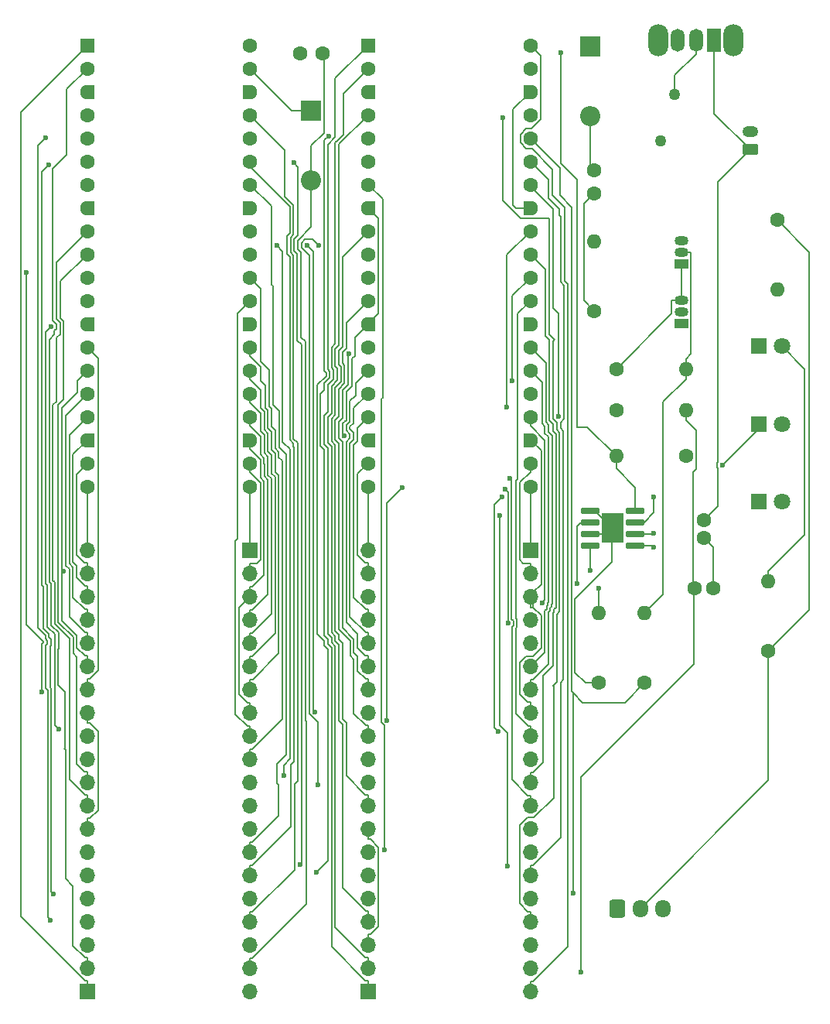
<source format=gbr>
%TF.GenerationSoftware,KiCad,Pcbnew,9.0.1*%
%TF.CreationDate,2025-10-25T16:54:00-04:00*%
%TF.ProjectId,Design V4.0,44657369-676e-4205-9634-2e302e6b6963,rev?*%
%TF.SameCoordinates,Original*%
%TF.FileFunction,Copper,L1,Top*%
%TF.FilePolarity,Positive*%
%FSLAX46Y46*%
G04 Gerber Fmt 4.6, Leading zero omitted, Abs format (unit mm)*
G04 Created by KiCad (PCBNEW 9.0.1) date 2025-10-25 16:54:00*
%MOMM*%
%LPD*%
G01*
G04 APERTURE LIST*
G04 Aperture macros list*
%AMRoundRect*
0 Rectangle with rounded corners*
0 $1 Rounding radius*
0 $2 $3 $4 $5 $6 $7 $8 $9 X,Y pos of 4 corners*
0 Add a 4 corners polygon primitive as box body*
4,1,4,$2,$3,$4,$5,$6,$7,$8,$9,$2,$3,0*
0 Add four circle primitives for the rounded corners*
1,1,$1+$1,$2,$3*
1,1,$1+$1,$4,$5*
1,1,$1+$1,$6,$7*
1,1,$1+$1,$8,$9*
0 Add four rect primitives between the rounded corners*
20,1,$1+$1,$2,$3,$4,$5,0*
20,1,$1+$1,$4,$5,$6,$7,0*
20,1,$1+$1,$6,$7,$8,$9,0*
20,1,$1+$1,$8,$9,$2,$3,0*%
%AMFreePoly0*
4,1,37,0.603843,0.796157,0.639018,0.796157,0.711114,0.766294,0.766294,0.711114,0.796157,0.639018,0.796157,0.603843,0.800000,0.600000,0.800000,-0.600000,0.796157,-0.603843,0.796157,-0.639018,0.766294,-0.711114,0.711114,-0.766294,0.639018,-0.796157,0.603843,-0.796157,0.600000,-0.800000,0.000000,-0.800000,0.000000,-0.796148,-0.078414,-0.796148,-0.232228,-0.765552,-0.377117,-0.705537,
-0.507515,-0.618408,-0.618408,-0.507515,-0.705537,-0.377117,-0.765552,-0.232228,-0.796148,-0.078414,-0.796148,0.078414,-0.765552,0.232228,-0.705537,0.377117,-0.618408,0.507515,-0.507515,0.618408,-0.377117,0.705537,-0.232228,0.765552,-0.078414,0.796148,0.000000,0.796148,0.000000,0.800000,0.600000,0.800000,0.603843,0.796157,0.603843,0.796157,$1*%
%AMFreePoly1*
4,1,37,0.000000,0.796148,0.078414,0.796148,0.232228,0.765552,0.377117,0.705537,0.507515,0.618408,0.618408,0.507515,0.705537,0.377117,0.765552,0.232228,0.796148,0.078414,0.796148,-0.078414,0.765552,-0.232228,0.705537,-0.377117,0.618408,-0.507515,0.507515,-0.618408,0.377117,-0.705537,0.232228,-0.765552,0.078414,-0.796148,0.000000,-0.796148,0.000000,-0.800000,-0.600000,-0.800000,
-0.603843,-0.796157,-0.639018,-0.796157,-0.711114,-0.766294,-0.766294,-0.711114,-0.796157,-0.639018,-0.796157,-0.603843,-0.800000,-0.600000,-0.800000,0.600000,-0.796157,0.603843,-0.796157,0.639018,-0.766294,0.711114,-0.711114,0.766294,-0.639018,0.796157,-0.603843,0.796157,-0.600000,0.800000,0.000000,0.800000,0.000000,0.796148,0.000000,0.796148,$1*%
G04 Aperture macros list end*
%TA.AperFunction,ComponentPad*%
%ADD10C,1.600000*%
%TD*%
%TA.AperFunction,ComponentPad*%
%ADD11O,1.600000X1.600000*%
%TD*%
%TA.AperFunction,ComponentPad*%
%ADD12RoundRect,0.250000X-0.600000X-0.725000X0.600000X-0.725000X0.600000X0.725000X-0.600000X0.725000X0*%
%TD*%
%TA.AperFunction,ComponentPad*%
%ADD13O,1.700000X1.950000*%
%TD*%
%TA.AperFunction,ComponentPad*%
%ADD14R,1.800000X1.800000*%
%TD*%
%TA.AperFunction,ComponentPad*%
%ADD15C,1.800000*%
%TD*%
%TA.AperFunction,ComponentPad*%
%ADD16RoundRect,0.200000X-0.600000X-0.600000X0.600000X-0.600000X0.600000X0.600000X-0.600000X0.600000X0*%
%TD*%
%TA.AperFunction,ComponentPad*%
%ADD17FreePoly0,0.000000*%
%TD*%
%TA.AperFunction,ComponentPad*%
%ADD18FreePoly1,0.000000*%
%TD*%
%TA.AperFunction,ComponentPad*%
%ADD19C,1.270000*%
%TD*%
%TA.AperFunction,ComponentPad*%
%ADD20R,2.200000X2.200000*%
%TD*%
%TA.AperFunction,ComponentPad*%
%ADD21O,2.200000X2.200000*%
%TD*%
%TA.AperFunction,ComponentPad*%
%ADD22O,2.200000X3.500000*%
%TD*%
%TA.AperFunction,ComponentPad*%
%ADD23R,1.500000X2.500000*%
%TD*%
%TA.AperFunction,ComponentPad*%
%ADD24O,1.500000X2.500000*%
%TD*%
%TA.AperFunction,ComponentPad*%
%ADD25R,1.700000X1.700000*%
%TD*%
%TA.AperFunction,ComponentPad*%
%ADD26O,1.700000X1.700000*%
%TD*%
%TA.AperFunction,ComponentPad*%
%ADD27RoundRect,0.250000X0.625000X-0.350000X0.625000X0.350000X-0.625000X0.350000X-0.625000X-0.350000X0*%
%TD*%
%TA.AperFunction,ComponentPad*%
%ADD28O,1.750000X1.200000*%
%TD*%
%TA.AperFunction,ComponentPad*%
%ADD29R,1.500000X1.050000*%
%TD*%
%TA.AperFunction,ComponentPad*%
%ADD30O,1.500000X1.050000*%
%TD*%
%TA.AperFunction,SMDPad,CuDef*%
%ADD31RoundRect,0.075000X-0.910000X-0.225000X0.910000X-0.225000X0.910000X0.225000X-0.910000X0.225000X0*%
%TD*%
%TA.AperFunction,SMDPad,CuDef*%
%ADD32R,2.413000X3.302000*%
%TD*%
%TA.AperFunction,ViaPad*%
%ADD33C,0.600000*%
%TD*%
%TA.AperFunction,Conductor*%
%ADD34C,0.200000*%
%TD*%
G04 APERTURE END LIST*
D10*
%TO.P,R6,1*%
%TO.N,GND*%
X224500000Y-61620000D03*
D11*
%TO.P,R6,2*%
%TO.N,Net-(Q4-B)*%
X224500000Y-54000000D03*
%TD*%
D12*
%TO.P,J7,1,Pin_1*%
%TO.N,SENSOR_DATA*%
X227000000Y-127000000D03*
D13*
%TO.P,J7,2,Pin_2*%
%TO.N,A_3V3(OUT)*%
X229500000Y-127000000D03*
%TO.P,J7,3,Pin_3*%
%TO.N,GND*%
X232000000Y-127000000D03*
%TD*%
D10*
%TO.P,R5,1*%
%TO.N,A_3V3(OUT)*%
X244500000Y-51690000D03*
D11*
%TO.P,R5,2*%
%TO.N,Net-(Q4-B)*%
X244500000Y-59310000D03*
%TD*%
D14*
%TO.P,D4,1,K*%
%TO.N,~{STDBY}*%
X242460000Y-82500000D03*
D15*
%TO.P,D4,2,A*%
%TO.N,Net-(D4-A)*%
X245000000Y-82500000D03*
%TD*%
D10*
%TO.P,R8,1*%
%TO.N,Net-(D4-A)*%
X234500000Y-77500000D03*
D11*
%TO.P,R8,2*%
%TO.N,A-VBUS*%
X226880000Y-77500000D03*
%TD*%
D16*
%TO.P,A1,1,GPIO0*%
%TO.N,A_GPIO0*%
X169000000Y-32600000D03*
D10*
%TO.P,A1,2,GPIO1*%
%TO.N,A_GPIO1*%
X169000000Y-35140000D03*
D17*
%TO.P,A1,3,GND*%
%TO.N,GND*%
X169000000Y-37680000D03*
D10*
%TO.P,A1,4,GPIO2*%
%TO.N,A_GPIO2*%
X169000000Y-40220000D03*
%TO.P,A1,5,GPIO3*%
%TO.N,A_GPIO3*%
X169000000Y-42760000D03*
%TO.P,A1,6,GPIO4*%
%TO.N,UART_TX*%
X169000000Y-45300000D03*
%TO.P,A1,7,GPIO5*%
%TO.N,UART_RX*%
X169000000Y-47840000D03*
D17*
%TO.P,A1,8,GND*%
%TO.N,GND*%
X169000000Y-50380000D03*
D10*
%TO.P,A1,9,GPIO6*%
%TO.N,A_GPIO6*%
X169000000Y-52920000D03*
%TO.P,A1,10,GPIO7*%
%TO.N,A_GPIO7*%
X169000000Y-55460000D03*
%TO.P,A1,11,GPIO8*%
%TO.N,A_GPIO8*%
X169000000Y-58000000D03*
%TO.P,A1,12,GPIO9*%
%TO.N,A_GPIO9*%
X169000000Y-60540000D03*
D17*
%TO.P,A1,13,GND*%
%TO.N,GND*%
X169000000Y-63080000D03*
D10*
%TO.P,A1,14,GPIO10*%
%TO.N,A_GPIO10*%
X169000000Y-65620000D03*
%TO.P,A1,15,GPIO11*%
%TO.N,A_GPIO11*%
X169000000Y-68160000D03*
%TO.P,A1,16,GPIO12*%
%TO.N,A_GPIO12*%
X169000000Y-70700000D03*
%TO.P,A1,17,GPIO13*%
%TO.N,A_GPIO13*%
X169000000Y-73240000D03*
D17*
%TO.P,A1,18,GND*%
%TO.N,GND*%
X169000000Y-75780000D03*
D10*
%TO.P,A1,19,GPIO14*%
%TO.N,A_GPIO14*%
X169000000Y-78320000D03*
%TO.P,A1,20,GPIO15*%
%TO.N,A_GPIO15*%
X169000000Y-80860000D03*
%TO.P,A1,21,GPIO16*%
%TO.N,A_GPIO16*%
X186780000Y-80860000D03*
%TO.P,A1,22,GPIO17*%
%TO.N,A_GPIO17*%
X186780000Y-78320000D03*
D18*
%TO.P,A1,23,GND*%
%TO.N,GND*%
X186780000Y-75780000D03*
D10*
%TO.P,A1,24,GPIO18*%
%TO.N,A_GPIO18*%
X186780000Y-73240000D03*
%TO.P,A1,25,GPIO19*%
%TO.N,A_GPIO19*%
X186780000Y-70700000D03*
%TO.P,A1,26,GPIO20*%
%TO.N,A_GPIO20*%
X186780000Y-68160000D03*
%TO.P,A1,27,GPIO21*%
%TO.N,A_GPIO21*%
X186780000Y-65620000D03*
D18*
%TO.P,A1,28,GND*%
%TO.N,GND*%
X186780000Y-63080000D03*
D10*
%TO.P,A1,29,GPIO22*%
%TO.N,SENSOR_DATA*%
X186780000Y-60540000D03*
%TO.P,A1,30,RUN*%
%TO.N,A_RUN*%
X186780000Y-58000000D03*
%TO.P,A1,31,GPIO26_ADC0*%
%TO.N,A_GPIO26*%
X186780000Y-55460000D03*
%TO.P,A1,32,GPIO27_ADC1*%
%TO.N,A_GPIO27*%
X186780000Y-52920000D03*
D18*
%TO.P,A1,33,AGND*%
%TO.N,GND*%
X186780000Y-50380000D03*
D10*
%TO.P,A1,34,GPIO28_ADC2*%
%TO.N,A_GPIO28*%
X186780000Y-47840000D03*
%TO.P,A1,35,ADC_VREF*%
%TO.N,A_ADC_VREF*%
X186780000Y-45300000D03*
%TO.P,A1,36,3V3*%
%TO.N,A_3V3(OUT)*%
X186780000Y-42760000D03*
%TO.P,A1,37,3V3_EN*%
%TO.N,A_3V3_EN*%
X186780000Y-40220000D03*
D18*
%TO.P,A1,38,GND*%
%TO.N,GND*%
X186780000Y-37680000D03*
D10*
%TO.P,A1,39,VSYS*%
%TO.N,Net-(A1-VSYS)*%
X186780000Y-35140000D03*
%TO.P,A1,40,VBUS*%
%TO.N,A-VBUS*%
X186780000Y-32600000D03*
%TD*%
D19*
%TO.P,F1,1*%
%TO.N,VSYS*%
X231700000Y-43050000D03*
%TO.P,F1,2*%
%TO.N,Net-(SW1-B)*%
X233300000Y-37950000D03*
%TD*%
D10*
%TO.P,R2,1*%
%TO.N,A_3V3(OUT)*%
X243500000Y-98810000D03*
D11*
%TO.P,R2,2*%
%TO.N,Net-(D2-A)*%
X243500000Y-91190000D03*
%TD*%
D20*
%TO.P,D5,1,K*%
%TO.N,Net-(A1-VSYS)*%
X193500000Y-39690000D03*
D21*
%TO.P,D5,2,A*%
%TO.N,VSYS*%
X193500000Y-47310000D03*
%TD*%
D22*
%TO.P,SW1,*%
%TO.N,*%
X239700000Y-32000000D03*
X231500000Y-32000000D03*
D23*
%TO.P,SW1,1,A*%
%TO.N,VBAT(+)*%
X237600000Y-32000000D03*
D24*
%TO.P,SW1,2,B*%
%TO.N,Net-(SW1-B)*%
X235600000Y-32000000D03*
%TO.P,SW1,3*%
%TO.N,N/C*%
X233600000Y-32000000D03*
%TD*%
D10*
%TO.P,C4,1*%
%TO.N,GND*%
X236500000Y-86500000D03*
%TO.P,C4,2*%
%TO.N,VBAT(+)*%
X236500000Y-84500000D03*
%TD*%
%TO.P,C2,1*%
%TO.N,GND*%
X224500000Y-48750000D03*
%TO.P,C2,2*%
%TO.N,VSYS*%
X224500000Y-46250000D03*
%TD*%
D25*
%TO.P,J4,1,Pin_1*%
%TO.N,B_GPIO0*%
X199720000Y-136060000D03*
D26*
%TO.P,J4,2,Pin_2*%
%TO.N,B_GPIO1*%
X199720000Y-133520000D03*
%TO.P,J4,3,Pin_3*%
%TO.N,GND*%
X199720000Y-130980000D03*
%TO.P,J4,4,Pin_4*%
%TO.N,B_GPIO2*%
X199720000Y-128440000D03*
%TO.P,J4,5,Pin_5*%
%TO.N,B_GPIO3*%
X199720000Y-125900000D03*
%TO.P,J4,6,Pin_6*%
%TO.N,UART_RX*%
X199720000Y-123360000D03*
%TO.P,J4,7,Pin_7*%
%TO.N,UART_TX*%
X199720000Y-120820000D03*
%TO.P,J4,8,Pin_8*%
%TO.N,GND*%
X199720000Y-118280000D03*
%TO.P,J4,9,Pin_9*%
%TO.N,B_GPIO6*%
X199720000Y-115740000D03*
%TO.P,J4,10,Pin_10*%
%TO.N,B_GPIO7*%
X199720000Y-113200000D03*
%TO.P,J4,11,Pin_11*%
%TO.N,B_GPIO8*%
X199720000Y-110660000D03*
%TO.P,J4,12,Pin_12*%
%TO.N,B_GPIO9*%
X199720000Y-108120000D03*
%TO.P,J4,13,Pin_13*%
%TO.N,GND*%
X199720000Y-105580000D03*
%TO.P,J4,14,Pin_14*%
%TO.N,B_GPIO10*%
X199720000Y-103040000D03*
%TO.P,J4,15,Pin_15*%
%TO.N,B_GPIO11*%
X199720000Y-100500000D03*
%TO.P,J4,16,Pin_16*%
%TO.N,B_GPIO12*%
X199720000Y-97960000D03*
%TO.P,J4,17,Pin_17*%
%TO.N,B_GPIO13*%
X199720000Y-95420000D03*
%TO.P,J4,18,Pin_18*%
%TO.N,GND*%
X199720000Y-92880000D03*
%TO.P,J4,19,Pin_19*%
%TO.N,B_GPIO14*%
X199720000Y-90340000D03*
%TO.P,J4,20,Pin_20*%
%TO.N,B_GPIO15*%
X199720000Y-87800000D03*
%TD*%
D25*
%TO.P,J3,1,Pin_1*%
%TO.N,A_GPIO16*%
X186780000Y-87860000D03*
D26*
%TO.P,J3,2,Pin_2*%
%TO.N,A_GPIO17*%
X186780000Y-90400000D03*
%TO.P,J3,3,Pin_3*%
%TO.N,GND*%
X186780000Y-92940000D03*
%TO.P,J3,4,Pin_4*%
%TO.N,A_GPIO18*%
X186780000Y-95480000D03*
%TO.P,J3,5,Pin_5*%
%TO.N,A_GPIO19*%
X186780000Y-98020000D03*
%TO.P,J3,6,Pin_6*%
%TO.N,A_GPIO20*%
X186780000Y-100560000D03*
%TO.P,J3,7,Pin_7*%
%TO.N,A_GPIO21*%
X186780000Y-103100000D03*
%TO.P,J3,8,Pin_8*%
%TO.N,GND*%
X186780000Y-105640000D03*
%TO.P,J3,9,Pin_9*%
%TO.N,SENSOR_DATA*%
X186780000Y-108180000D03*
%TO.P,J3,10,Pin_10*%
%TO.N,A_RUN*%
X186780000Y-110720000D03*
%TO.P,J3,11,Pin_11*%
%TO.N,A_GPIO26*%
X186780000Y-113260000D03*
%TO.P,J3,12,Pin_12*%
%TO.N,A_GPIO27*%
X186780000Y-115800000D03*
%TO.P,J3,13,Pin_13*%
%TO.N,GND*%
X186780000Y-118340000D03*
%TO.P,J3,14,Pin_14*%
%TO.N,A_GPIO28*%
X186780000Y-120880000D03*
%TO.P,J3,15,Pin_15*%
%TO.N,A_ADC_VREF*%
X186780000Y-123420000D03*
%TO.P,J3,16,Pin_16*%
%TO.N,A_3V3(OUT)*%
X186780000Y-125960000D03*
%TO.P,J3,17,Pin_17*%
%TO.N,A_3V3_EN*%
X186780000Y-128500000D03*
%TO.P,J3,18,Pin_18*%
%TO.N,GND*%
X186780000Y-131040000D03*
%TO.P,J3,19,Pin_19*%
%TO.N,VSYS*%
X186780000Y-133580000D03*
%TO.P,J3,20,Pin_20*%
%TO.N,A-VBUS*%
X186780000Y-136120000D03*
%TD*%
D27*
%TO.P,J1,1,Pin_1*%
%TO.N,VBAT(+)*%
X241550000Y-44000000D03*
D28*
%TO.P,J1,2,Pin_2*%
%TO.N,GND*%
X241550000Y-42000000D03*
%TD*%
D10*
%TO.P,C1,1*%
%TO.N,VSYS*%
X194750000Y-33500000D03*
%TO.P,C1,2*%
%TO.N,GND*%
X192250000Y-33500000D03*
%TD*%
D25*
%TO.P,J2,1,Pin_1*%
%TO.N,A_GPIO0*%
X169000000Y-136060000D03*
D26*
%TO.P,J2,2,Pin_2*%
%TO.N,A_GPIO1*%
X169000000Y-133520000D03*
%TO.P,J2,3,Pin_3*%
%TO.N,GND*%
X169000000Y-130980000D03*
%TO.P,J2,4,Pin_4*%
%TO.N,A_GPIO2*%
X169000000Y-128440000D03*
%TO.P,J2,5,Pin_5*%
%TO.N,A_GPIO3*%
X169000000Y-125900000D03*
%TO.P,J2,6,Pin_6*%
%TO.N,UART_TX*%
X169000000Y-123360000D03*
%TO.P,J2,7,Pin_7*%
%TO.N,UART_RX*%
X169000000Y-120820000D03*
%TO.P,J2,8,Pin_8*%
%TO.N,GND*%
X169000000Y-118280000D03*
%TO.P,J2,9,Pin_9*%
%TO.N,A_GPIO6*%
X169000000Y-115740000D03*
%TO.P,J2,10,Pin_10*%
%TO.N,A_GPIO7*%
X169000000Y-113200000D03*
%TO.P,J2,11,Pin_11*%
%TO.N,A_GPIO8*%
X169000000Y-110660000D03*
%TO.P,J2,12,Pin_12*%
%TO.N,A_GPIO9*%
X169000000Y-108120000D03*
%TO.P,J2,13,Pin_13*%
%TO.N,GND*%
X169000000Y-105580000D03*
%TO.P,J2,14,Pin_14*%
%TO.N,A_GPIO10*%
X169000000Y-103040000D03*
%TO.P,J2,15,Pin_15*%
%TO.N,A_GPIO11*%
X169000000Y-100500000D03*
%TO.P,J2,16,Pin_16*%
%TO.N,A_GPIO12*%
X169000000Y-97960000D03*
%TO.P,J2,17,Pin_17*%
%TO.N,A_GPIO13*%
X169000000Y-95420000D03*
%TO.P,J2,18,Pin_18*%
%TO.N,GND*%
X169000000Y-92880000D03*
%TO.P,J2,19,Pin_19*%
%TO.N,A_GPIO14*%
X169000000Y-90340000D03*
%TO.P,J2,20,Pin_20*%
%TO.N,A_GPIO15*%
X169000000Y-87800000D03*
%TD*%
D10*
%TO.P,R1,1*%
%TO.N,GND*%
X225000000Y-102310000D03*
D11*
%TO.P,R1,2*%
%TO.N,Net-(U1-PROG)*%
X225000000Y-94690000D03*
%TD*%
D10*
%TO.P,R7,1*%
%TO.N,Net-(Q3-E)*%
X226880000Y-68000000D03*
D11*
%TO.P,R7,2*%
%TO.N,Net-(Q3-B)*%
X234500000Y-68000000D03*
%TD*%
D14*
%TO.P,D2,1,K*%
%TO.N,Net-(D2-K)*%
X242460000Y-65500000D03*
D15*
%TO.P,D2,2,A*%
%TO.N,Net-(D2-A)*%
X245000000Y-65500000D03*
%TD*%
D14*
%TO.P,D3,1,K*%
%TO.N,~{CHRG}*%
X242460000Y-74000000D03*
D15*
%TO.P,D3,2,A*%
%TO.N,Net-(D3-A)*%
X245000000Y-74000000D03*
%TD*%
D10*
%TO.P,C3,1*%
%TO.N,GND*%
X237500000Y-92000000D03*
%TO.P,C3,2*%
%TO.N,A-VBUS*%
X235500000Y-92000000D03*
%TD*%
D20*
%TO.P,D6,1,K*%
%TO.N,Net-(A2-VSYS)*%
X224000000Y-32690000D03*
D21*
%TO.P,D6,2,A*%
%TO.N,VSYS*%
X224000000Y-40310000D03*
%TD*%
D29*
%TO.P,Q3,1,E*%
%TO.N,Net-(Q3-E)*%
X234000000Y-56500000D03*
D30*
%TO.P,Q3,2,B*%
%TO.N,Net-(Q3-B)*%
X234000000Y-55230000D03*
%TO.P,Q3,3,C*%
%TO.N,Net-(D2-K)*%
X234000000Y-53960000D03*
%TD*%
D10*
%TO.P,R3,1*%
%TO.N,Net-(D3-A)*%
X226880000Y-72500000D03*
D11*
%TO.P,R3,2*%
%TO.N,A-VBUS*%
X234500000Y-72500000D03*
%TD*%
D25*
%TO.P,J5,1,Pin_1*%
%TO.N,B_GPIO16*%
X217500000Y-87860000D03*
D26*
%TO.P,J5,2,Pin_2*%
%TO.N,B_GPIO17*%
X217500000Y-90400000D03*
%TO.P,J5,3,Pin_3*%
%TO.N,GND*%
X217500000Y-92940000D03*
%TO.P,J5,4,Pin_4*%
%TO.N,B_GPIO18*%
X217500000Y-95480000D03*
%TO.P,J5,5,Pin_5*%
%TO.N,B_GPIO19*%
X217500000Y-98020000D03*
%TO.P,J5,6,Pin_6*%
%TO.N,B_GPIO20*%
X217500000Y-100560000D03*
%TO.P,J5,7,Pin_7*%
%TO.N,B_GPIO21*%
X217500000Y-103100000D03*
%TO.P,J5,8,Pin_8*%
%TO.N,GND*%
X217500000Y-105640000D03*
%TO.P,J5,9,Pin_9*%
%TO.N,B_GPIO22*%
X217500000Y-108180000D03*
%TO.P,J5,10,Pin_10*%
%TO.N,B_RUN*%
X217500000Y-110720000D03*
%TO.P,J5,11,Pin_11*%
%TO.N,B_GPIO26*%
X217500000Y-113260000D03*
%TO.P,J5,12,Pin_12*%
%TO.N,B_GPIO27*%
X217500000Y-115800000D03*
%TO.P,J5,13,Pin_13*%
%TO.N,GND*%
X217500000Y-118340000D03*
%TO.P,J5,14,Pin_14*%
%TO.N,B_GPIO28*%
X217500000Y-120880000D03*
%TO.P,J5,15,Pin_15*%
%TO.N,B_ADC_VREF*%
X217500000Y-123420000D03*
%TO.P,J5,16,Pin_16*%
%TO.N,B_3V3(OUT)*%
X217500000Y-125960000D03*
%TO.P,J5,17,Pin_17*%
%TO.N,B_3V3_EN*%
X217500000Y-128500000D03*
%TO.P,J5,18,Pin_18*%
%TO.N,GND*%
X217500000Y-131040000D03*
%TO.P,J5,19,Pin_19*%
%TO.N,VSYS*%
X217500000Y-133580000D03*
%TO.P,J5,20,Pin_20*%
%TO.N,B-VBUS*%
X217500000Y-136120000D03*
%TD*%
D31*
%TO.P,U1,1,TEMP*%
%TO.N,GND*%
X224000000Y-83500000D03*
%TO.P,U1,2,PROG*%
%TO.N,Net-(U1-PROG)*%
X224000000Y-84770000D03*
%TO.P,U1,3,GND*%
%TO.N,GND*%
X224000000Y-86040000D03*
%TO.P,U1,4,VCC*%
%TO.N,A-VBUS*%
X224000000Y-87310000D03*
%TO.P,U1,5,BAT*%
%TO.N,VBAT(+)*%
X228950000Y-87310000D03*
%TO.P,U1,6,~{STDBY}*%
%TO.N,~{STDBY}*%
X228950000Y-86040000D03*
%TO.P,U1,7,~{CHRG}*%
%TO.N,~{CHRG}*%
X228950000Y-84770000D03*
%TO.P,U1,8,CE*%
%TO.N,A-VBUS*%
X228950000Y-83500000D03*
D32*
%TO.P,U1,9,EP*%
%TO.N,GND*%
X226475000Y-85405000D03*
%TD*%
D16*
%TO.P,A2,1,GPIO0*%
%TO.N,B_GPIO0*%
X199720000Y-32600000D03*
D10*
%TO.P,A2,2,GPIO1*%
%TO.N,B_GPIO1*%
X199720000Y-35140000D03*
D17*
%TO.P,A2,3,GND*%
%TO.N,GND*%
X199720000Y-37680000D03*
D10*
%TO.P,A2,4,GPIO2*%
%TO.N,B_GPIO2*%
X199720000Y-40220000D03*
%TO.P,A2,5,GPIO3*%
%TO.N,B_GPIO3*%
X199720000Y-42760000D03*
%TO.P,A2,6,GPIO4*%
%TO.N,UART_RX*%
X199720000Y-45300000D03*
%TO.P,A2,7,GPIO5*%
%TO.N,UART_TX*%
X199720000Y-47840000D03*
D17*
%TO.P,A2,8,GND*%
%TO.N,GND*%
X199720000Y-50380000D03*
D10*
%TO.P,A2,9,GPIO6*%
%TO.N,B_GPIO6*%
X199720000Y-52920000D03*
%TO.P,A2,10,GPIO7*%
%TO.N,B_GPIO7*%
X199720000Y-55460000D03*
%TO.P,A2,11,GPIO8*%
%TO.N,B_GPIO8*%
X199720000Y-58000000D03*
%TO.P,A2,12,GPIO9*%
%TO.N,B_GPIO9*%
X199720000Y-60540000D03*
D17*
%TO.P,A2,13,GND*%
%TO.N,GND*%
X199720000Y-63080000D03*
D10*
%TO.P,A2,14,GPIO10*%
%TO.N,B_GPIO10*%
X199720000Y-65620000D03*
%TO.P,A2,15,GPIO11*%
%TO.N,B_GPIO11*%
X199720000Y-68160000D03*
%TO.P,A2,16,GPIO12*%
%TO.N,B_GPIO12*%
X199720000Y-70700000D03*
%TO.P,A2,17,GPIO13*%
%TO.N,B_GPIO13*%
X199720000Y-73240000D03*
D17*
%TO.P,A2,18,GND*%
%TO.N,GND*%
X199720000Y-75780000D03*
D10*
%TO.P,A2,19,GPIO14*%
%TO.N,B_GPIO14*%
X199720000Y-78320000D03*
%TO.P,A2,20,GPIO15*%
%TO.N,B_GPIO15*%
X199720000Y-80860000D03*
%TO.P,A2,21,GPIO16*%
%TO.N,B_GPIO16*%
X217500000Y-80860000D03*
%TO.P,A2,22,GPIO17*%
%TO.N,B_GPIO17*%
X217500000Y-78320000D03*
D18*
%TO.P,A2,23,GND*%
%TO.N,GND*%
X217500000Y-75780000D03*
D10*
%TO.P,A2,24,GPIO18*%
%TO.N,B_GPIO18*%
X217500000Y-73240000D03*
%TO.P,A2,25,GPIO19*%
%TO.N,B_GPIO19*%
X217500000Y-70700000D03*
%TO.P,A2,26,GPIO20*%
%TO.N,B_GPIO20*%
X217500000Y-68160000D03*
%TO.P,A2,27,GPIO21*%
%TO.N,B_GPIO21*%
X217500000Y-65620000D03*
D18*
%TO.P,A2,28,GND*%
%TO.N,GND*%
X217500000Y-63080000D03*
D10*
%TO.P,A2,29,GPIO22*%
%TO.N,B_GPIO22*%
X217500000Y-60540000D03*
%TO.P,A2,30,RUN*%
%TO.N,B_RUN*%
X217500000Y-58000000D03*
%TO.P,A2,31,GPIO26_ADC0*%
%TO.N,B_GPIO26*%
X217500000Y-55460000D03*
%TO.P,A2,32,GPIO27_ADC1*%
%TO.N,B_GPIO27*%
X217500000Y-52920000D03*
D18*
%TO.P,A2,33,AGND*%
%TO.N,GND*%
X217500000Y-50380000D03*
D10*
%TO.P,A2,34,GPIO28_ADC2*%
%TO.N,B_GPIO28*%
X217500000Y-47840000D03*
%TO.P,A2,35,ADC_VREF*%
%TO.N,B_ADC_VREF*%
X217500000Y-45300000D03*
%TO.P,A2,36,3V3*%
%TO.N,B_3V3(OUT)*%
X217500000Y-42760000D03*
%TO.P,A2,37,3V3_EN*%
%TO.N,B_3V3_EN*%
X217500000Y-40220000D03*
D18*
%TO.P,A2,38,GND*%
%TO.N,GND*%
X217500000Y-37680000D03*
D10*
%TO.P,A2,39,VSYS*%
%TO.N,Net-(A2-VSYS)*%
X217500000Y-35140000D03*
%TO.P,A2,40,VBUS*%
%TO.N,B-VBUS*%
X217500000Y-32600000D03*
%TD*%
D29*
%TO.P,Q4,1,E*%
%TO.N,GND*%
X234000000Y-63000000D03*
D30*
%TO.P,Q4,2,B*%
%TO.N,Net-(Q4-B)*%
X234000000Y-61730000D03*
%TO.P,Q4,3,C*%
%TO.N,Net-(Q3-E)*%
X234000000Y-60460000D03*
%TD*%
D10*
%TO.P,R4,1*%
%TO.N,B_3V3(OUT)*%
X230000000Y-102310000D03*
D11*
%TO.P,R4,2*%
%TO.N,Net-(Q3-B)*%
X230000000Y-94690000D03*
%TD*%
D33*
%TO.N,GND*%
X197141200Y-75330700D03*
%TO.N,A_GPIO27*%
X193044200Y-54485100D03*
X193937300Y-105503800D03*
%TO.N,A_GPIO2*%
X164933100Y-128270100D03*
X164428000Y-42679500D03*
%TO.N,UART_RX*%
X191572700Y-45424200D03*
X192301700Y-122208300D03*
%TO.N,A_GPIO26*%
X189741300Y-54490400D03*
X190481300Y-112476400D03*
%TO.N,A_GPIO8*%
X162313000Y-57436500D03*
X164027800Y-103348700D03*
%TO.N,A-VBUS*%
X224000000Y-90000000D03*
X220791200Y-33395900D03*
X223000000Y-134000000D03*
%TO.N,A_GPIO3*%
X164800000Y-45630900D03*
X165305100Y-125393300D03*
%TO.N,A_GPIO9*%
X165000900Y-63339300D03*
X165908400Y-107395500D03*
%TO.N,UART_TX*%
X201500900Y-120582500D03*
%TO.N,A_GPIO11*%
X166416100Y-90091300D03*
%TO.N,B_GPIO7*%
X194215200Y-113514300D03*
X194312100Y-54485100D03*
%TO.N,B_GPIO27*%
X214903600Y-72193500D03*
X215244400Y-79974800D03*
%TO.N,B_RUN*%
X214357600Y-81992000D03*
X215506400Y-69242100D03*
X213919000Y-107610300D03*
%TO.N,B_GPIO18*%
X218764700Y-93589400D03*
%TO.N,B_3V3(OUT)*%
X222152500Y-125318700D03*
%TO.N,B_GPIO28*%
X215001700Y-122367300D03*
X220585900Y-73194600D03*
X214139900Y-83999100D03*
%TO.N,B_GPIO10*%
X197660200Y-66290700D03*
%TO.N,B_GPIO3*%
X194087500Y-123046500D03*
X195435300Y-42483700D03*
%TO.N,B_GPIO8*%
X201793500Y-106428000D03*
X203489600Y-80989900D03*
%TO.N,B_3V3_EN*%
X214500000Y-40500000D03*
%TO.N,VBAT(+)*%
X231000000Y-87500000D03*
%TO.N,~{CHRG}*%
X238500000Y-78500000D03*
X231000000Y-82000000D03*
%TO.N,~{STDBY}*%
X231000000Y-86000000D03*
%TO.N,Net-(U1-PROG)*%
X222583500Y-91500000D03*
X225000000Y-92000000D03*
%TO.N,B_GPIO19*%
X214722700Y-81148600D03*
X215029100Y-95804700D03*
%TD*%
D34*
%TO.N,GND*%
X222385400Y-101195400D02*
X223500000Y-102310000D01*
X223500000Y-102310000D02*
X225000000Y-102310000D01*
X222385400Y-101195400D02*
X222385400Y-93114600D01*
X222385400Y-93114600D02*
X226425800Y-89074200D01*
X226425800Y-89074200D02*
X226425800Y-86307300D01*
%TO.N,Net-(U1-PROG)*%
X225000000Y-94690000D02*
X225000000Y-92000000D01*
%TO.N,A_3V3(OUT)*%
X229500000Y-127000000D02*
X243500000Y-113000000D01*
X243500000Y-113000000D02*
X243500000Y-98810000D01*
%TO.N,A-VBUS*%
X223000000Y-134000000D02*
X223000000Y-112666000D01*
X223000000Y-112666000D02*
X235400000Y-100266000D01*
X235400000Y-100266000D02*
X235400000Y-92000000D01*
%TO.N,GND*%
X170163600Y-116233200D02*
X169268500Y-117128300D01*
X197141200Y-75330700D02*
X196940100Y-75129600D01*
X169000000Y-91728300D02*
X168731500Y-91728300D01*
X196940100Y-75129600D02*
X196940100Y-73941200D01*
X218661500Y-76941500D02*
X218661500Y-91561500D01*
X200862500Y-51522500D02*
X199720000Y-50380000D01*
X170163600Y-107607400D02*
X170163600Y-116233200D01*
X187068000Y-91788300D02*
X186780000Y-91788300D01*
X196940100Y-73941200D02*
X197104300Y-73777000D01*
X216348200Y-100083000D02*
X216348200Y-103577100D01*
X199720000Y-130980000D02*
X199720000Y-129828300D01*
X217787900Y-94091700D02*
X218660600Y-94964400D01*
X217022900Y-99408300D02*
X216348200Y-100083000D01*
X169268500Y-117128300D02*
X169000000Y-117128300D01*
X185617600Y-94102400D02*
X186780000Y-92940000D01*
X217429800Y-104418000D02*
X217429800Y-104418100D01*
X218661500Y-91561500D02*
X217787900Y-92435100D01*
X217189100Y-104418000D02*
X217429800Y-104418000D01*
X169000000Y-118280000D02*
X169000000Y-117128300D01*
X223344600Y-60464600D02*
X223344600Y-49905400D01*
X200871700Y-120314900D02*
X199988500Y-119431700D01*
X167433000Y-89121300D02*
X167821200Y-89509500D01*
X218660600Y-98499700D02*
X217752000Y-99408300D01*
X169287900Y-106731700D02*
X170163600Y-107607400D01*
X223344600Y-49905400D02*
X224500000Y-48750000D01*
X186780000Y-75780000D02*
X186780000Y-76748700D01*
X186780000Y-105640000D02*
X186780000Y-104488300D01*
X199720000Y-63080000D02*
X200862500Y-61937500D01*
X224000000Y-83500000D02*
X224570000Y-83500000D01*
X197980100Y-69334000D02*
X197980100Y-66821700D01*
X200871700Y-128964600D02*
X200871700Y-120314900D01*
X216348200Y-103577100D02*
X217189100Y-104418000D01*
X237500000Y-87500000D02*
X236500000Y-86500000D01*
X187931700Y-79883400D02*
X188333400Y-80285100D01*
X224000000Y-86040000D02*
X225840000Y-86040000D01*
X217500000Y-37680000D02*
X215576800Y-39603200D01*
X186780000Y-104488300D02*
X186523800Y-104488300D01*
X186780000Y-92940000D02*
X186780000Y-91788300D01*
X169000000Y-106731700D02*
X169287900Y-106731700D01*
X188333400Y-90522900D02*
X187068000Y-91788300D01*
X199720000Y-118280000D02*
X199720000Y-119431700D01*
X198261900Y-66539900D02*
X198261900Y-64538100D01*
X188333400Y-80285100D02*
X188333400Y-90522900D01*
X217787900Y-92435100D02*
X217787900Y-94091700D01*
X197341800Y-70504300D02*
X197943500Y-69902600D01*
X199988500Y-119431700D02*
X199720000Y-119431700D01*
X186523800Y-104488300D02*
X185617600Y-103582100D01*
X197341800Y-71317700D02*
X197341800Y-70504300D01*
X215576800Y-50076800D02*
X215880000Y-50380000D01*
X186780000Y-76748700D02*
X187931700Y-77900400D01*
X224570000Y-83500000D02*
X226475000Y-85405000D01*
X168731500Y-91728300D02*
X167821200Y-90818000D01*
X200862500Y-61937500D02*
X200862500Y-51522500D01*
X187931700Y-77900400D02*
X187931700Y-79883400D01*
X217429800Y-104418100D02*
X217500000Y-104488300D01*
X237500000Y-92000000D02*
X237500000Y-87500000D01*
X197943500Y-69902600D02*
X197943500Y-69370600D01*
X169000000Y-92880000D02*
X169000000Y-91728300D01*
X197140300Y-73777000D02*
X197340300Y-73577000D01*
X200008000Y-129828300D02*
X200871700Y-128964600D01*
X215576800Y-39603200D02*
X215576800Y-50076800D01*
X217500000Y-92940000D02*
X217500000Y-94091700D01*
X197340300Y-71319200D02*
X197341800Y-71317700D01*
X169000000Y-105580000D02*
X169000000Y-106731700D01*
X217500000Y-94091700D02*
X217787900Y-94091700D01*
X197340300Y-73577000D02*
X197340300Y-71319200D01*
X217752000Y-99408300D02*
X217022900Y-99408300D01*
X167433000Y-77347000D02*
X169000000Y-75780000D01*
X185617600Y-103582100D02*
X185617600Y-94102400D01*
X224500000Y-61620000D02*
X223344600Y-60464600D01*
X197943500Y-69370600D02*
X197980100Y-69334000D01*
X225840000Y-86040000D02*
X226475000Y-85405000D01*
X217500000Y-105640000D02*
X217500000Y-104488300D01*
X198261900Y-64538100D02*
X199720000Y-63080000D01*
X218660600Y-94964400D02*
X218660600Y-98499700D01*
X167433000Y-89121300D02*
X167433000Y-77347000D01*
X167821200Y-90818000D02*
X167821200Y-89509500D01*
X217500000Y-75780000D02*
X218661500Y-76941500D01*
X215880000Y-50380000D02*
X217500000Y-50380000D01*
X197104300Y-73777000D02*
X197140300Y-73777000D01*
X197980100Y-66821700D02*
X198261900Y-66539900D01*
X199720000Y-129828300D02*
X200008000Y-129828300D01*
%TO.N,A_GPIO27*%
X193694200Y-105260700D02*
X193694200Y-55135100D01*
X193937300Y-105503800D02*
X193694200Y-105260700D01*
X193694200Y-55135100D02*
X193044200Y-54485100D01*
%TO.N,A_GPIO18*%
X186780000Y-95480000D02*
X186780000Y-94328300D01*
X186780000Y-74211400D02*
X186780000Y-73240000D01*
X187951300Y-77352000D02*
X187951300Y-77053500D01*
X187949800Y-77052000D02*
X187949800Y-75381200D01*
X187949800Y-75381200D02*
X186780000Y-74211400D01*
X187068000Y-94328300D02*
X186780000Y-94328300D01*
X187951300Y-77053500D02*
X187949800Y-77052000D01*
X188333400Y-78302100D02*
X188351500Y-78320200D01*
X188351500Y-78320200D02*
X188351500Y-79735200D01*
X188351500Y-79735200D02*
X188735100Y-80118800D01*
X187951300Y-77352000D02*
X188333400Y-77734100D01*
X188735100Y-80118800D02*
X188735100Y-92661200D01*
X188735100Y-92661200D02*
X187068000Y-94328300D01*
X188333400Y-77734100D02*
X188333400Y-78302100D01*
%TO.N,A_GPIO13*%
X167031300Y-89287600D02*
X167031300Y-75208700D01*
X167031300Y-75208700D02*
X169000000Y-73240000D01*
X168708000Y-94268300D02*
X167419500Y-92979800D01*
X167419500Y-89675800D02*
X167031300Y-89287600D01*
X169000000Y-95420000D02*
X169000000Y-94268300D01*
X167419500Y-92979800D02*
X167419500Y-89675800D01*
X169000000Y-94268300D02*
X168708000Y-94268300D01*
%TO.N,A_3V3(OUT)*%
X243500000Y-98810000D02*
X248000000Y-94310000D01*
X248000000Y-94310000D02*
X248000000Y-55190000D01*
X248000000Y-55190000D02*
X244500000Y-51690000D01*
%TO.N,A_GPIO2*%
X164429500Y-102899500D02*
X164657700Y-103127700D01*
X164398300Y-97481900D02*
X164629500Y-97713100D01*
X163569900Y-96275000D02*
X164398300Y-97103400D01*
X164657700Y-103127700D02*
X164657700Y-127994700D01*
X164629500Y-98045700D02*
X164429500Y-98245700D01*
X164398300Y-97103400D02*
X164398300Y-97481900D01*
X164428000Y-42679500D02*
X163569900Y-43537600D01*
X164429500Y-98245700D02*
X164429500Y-102899500D01*
X163569900Y-43537600D02*
X163569900Y-96275000D01*
X164629500Y-97713100D02*
X164629500Y-98045700D01*
X164657700Y-127994700D02*
X164933100Y-128270100D01*
%TO.N,Net-(A1-VSYS)*%
X191330000Y-39690000D02*
X193500000Y-39690000D01*
X186780000Y-35140000D02*
X191330000Y-39690000D01*
%TO.N,A_GPIO7*%
X166060100Y-62411600D02*
X166060100Y-58399900D01*
X165804300Y-71902100D02*
X165804300Y-90898300D01*
X165825600Y-95690700D02*
X167446600Y-97311700D01*
X169000000Y-113200000D02*
X169000000Y-112048300D01*
X167848300Y-111198200D02*
X168698400Y-112048300D01*
X165804300Y-90898300D02*
X165825600Y-90919600D01*
X168698400Y-112048300D02*
X169000000Y-112048300D01*
X166060100Y-58399900D02*
X169000000Y-55460000D01*
X167848300Y-99478200D02*
X167848300Y-111198200D01*
X167446600Y-99076500D02*
X167848300Y-99478200D01*
X166406000Y-71300400D02*
X165804300Y-71902100D01*
X165825600Y-90919600D02*
X165825600Y-95690700D01*
X167446600Y-97311700D02*
X167446600Y-99076500D01*
X166406000Y-62757500D02*
X166406000Y-71300400D01*
X166060100Y-62411600D02*
X166406000Y-62757500D01*
%TO.N,UART_RX*%
X192466000Y-122044000D02*
X192301700Y-122208300D01*
X191639100Y-53752300D02*
X191639100Y-55066800D01*
X192040800Y-45892300D02*
X192040800Y-53350600D01*
X191572700Y-45424200D02*
X192040800Y-45892300D01*
X191639100Y-55066800D02*
X191981000Y-55408700D01*
X191981000Y-64839400D02*
X192466000Y-65324400D01*
X192040800Y-53350600D02*
X191639100Y-53752300D01*
X192466000Y-65324400D02*
X192466000Y-122044000D01*
X191981000Y-55408700D02*
X191981000Y-64839400D01*
%TO.N,A_GPIO14*%
X167834700Y-79485300D02*
X169000000Y-78320000D01*
X169000000Y-90340000D02*
X169000000Y-89188300D01*
X167834700Y-88322500D02*
X167834700Y-79485300D01*
X168700500Y-89188300D02*
X167834700Y-88322500D01*
X169000000Y-89188300D02*
X168700500Y-89188300D01*
%TO.N,A_GPIO10*%
X170191600Y-66811600D02*
X170191600Y-100965200D01*
X169000000Y-103040000D02*
X169000000Y-101888300D01*
X170191600Y-100965200D02*
X169268500Y-101888300D01*
X169000000Y-65620000D02*
X170191600Y-66811600D01*
X169268500Y-101888300D02*
X169000000Y-101888300D01*
%TO.N,A_3V3_EN*%
X192064300Y-113029000D02*
X192064300Y-76095700D01*
X191558100Y-75589500D02*
X192064300Y-76095700D01*
X190582700Y-49104800D02*
X191558100Y-50080200D01*
X191663500Y-113429800D02*
X192064300Y-113029000D01*
X191663500Y-122752700D02*
X191663500Y-113429800D01*
X191237400Y-55233100D02*
X191558100Y-55553800D01*
X191237400Y-53586000D02*
X191237400Y-55233100D01*
X191558100Y-53265300D02*
X191237400Y-53586000D01*
X186780000Y-127348300D02*
X187067900Y-127348300D01*
X191558100Y-55553800D02*
X191558100Y-75589500D01*
X190582700Y-44022700D02*
X190582700Y-49104800D01*
X186780000Y-128500000D02*
X186780000Y-127348300D01*
X191558100Y-50080200D02*
X191558100Y-53265300D01*
X186780000Y-40220000D02*
X190582700Y-44022700D01*
X187067900Y-127348300D02*
X191663500Y-122752700D01*
%TO.N,A_GPIO0*%
X161698900Y-127895100D02*
X168712100Y-134908300D01*
X168712100Y-134908300D02*
X169000000Y-134908300D01*
X169000000Y-136060000D02*
X169000000Y-134908300D01*
X161698900Y-39901100D02*
X161698900Y-127895100D01*
X169000000Y-32600000D02*
X161698900Y-39901100D01*
%TO.N,A_GPIO6*%
X168712100Y-114588300D02*
X169000000Y-114588300D01*
X169000000Y-115740000D02*
X169000000Y-114588300D01*
X165603400Y-56316600D02*
X165603400Y-62522900D01*
X165603400Y-71535000D02*
X165221500Y-71916900D01*
X165423900Y-91302500D02*
X165423900Y-95857000D01*
X167044900Y-112921100D02*
X168712100Y-114588300D01*
X165221500Y-71916900D02*
X165221500Y-91100100D01*
X165603400Y-64574000D02*
X165603400Y-71535000D01*
X165423900Y-95857000D02*
X167044900Y-97478000D01*
X165221500Y-91100100D02*
X165423900Y-91302500D01*
X166004300Y-62923800D02*
X166004300Y-64173100D01*
X167044900Y-97478000D02*
X167044900Y-112921100D01*
X166004300Y-64173100D02*
X165603400Y-64574000D01*
X165603400Y-62522900D02*
X166004300Y-62923800D01*
X169000000Y-52920000D02*
X165603400Y-56316600D01*
%TO.N,A_GPIO19*%
X187951300Y-74814700D02*
X188351500Y-75214900D01*
X187068000Y-96868300D02*
X186780000Y-96868300D01*
X187951300Y-74814700D02*
X187951300Y-74513500D01*
X188351500Y-76885700D02*
X188351500Y-75214900D01*
X187949800Y-74512000D02*
X187949800Y-72838500D01*
X188735100Y-77567800D02*
X188735100Y-78135800D01*
X188753200Y-79568900D02*
X189136800Y-79952500D01*
X186780000Y-71668700D02*
X186780000Y-70700000D01*
X186780000Y-98020000D02*
X186780000Y-96868300D01*
X187951300Y-74513500D02*
X187949800Y-74512000D01*
X188735100Y-78135800D02*
X188753200Y-78153900D01*
X189136800Y-94799500D02*
X187068000Y-96868300D01*
X188753200Y-78153900D02*
X188753200Y-79568900D01*
X189136800Y-79952500D02*
X189136800Y-94799500D01*
X188353000Y-76887200D02*
X188351500Y-76885700D01*
X188353000Y-77185700D02*
X188735100Y-77567800D01*
X188353000Y-77185700D02*
X188353000Y-76887200D01*
X187949800Y-72838500D02*
X186780000Y-71668700D01*
%TO.N,A_GPIO26*%
X191160800Y-76740700D02*
X191160800Y-110640000D01*
X190481300Y-111319500D02*
X190481300Y-112476400D01*
X189741300Y-54490400D02*
X190360000Y-55109100D01*
X190360000Y-75939900D02*
X191160800Y-76740700D01*
X190360000Y-55109100D02*
X190360000Y-75939900D01*
X191160800Y-110640000D02*
X190481300Y-111319500D01*
%TO.N,A_RUN*%
X189940200Y-77068900D02*
X189940200Y-77636900D01*
X189156400Y-74315800D02*
X189156400Y-74014600D01*
X187951300Y-67192000D02*
X188885100Y-68125800D01*
X189558100Y-76686800D02*
X189940200Y-77068900D01*
X189558100Y-76274100D02*
X189558100Y-76686800D01*
X190341900Y-106294300D02*
X187067900Y-109568300D01*
X189940200Y-77636900D02*
X190341900Y-78038600D01*
X188885100Y-72069800D02*
X189154900Y-72339600D01*
X187067900Y-109568300D02*
X186780000Y-109568300D01*
X189556600Y-74716000D02*
X189556600Y-76272600D01*
X190341900Y-78038600D02*
X190341900Y-106294300D01*
X189156400Y-74014600D02*
X189154900Y-74013100D01*
X187951300Y-59171300D02*
X186780000Y-58000000D01*
X189556600Y-76272600D02*
X189558100Y-76274100D01*
X189156400Y-74315800D02*
X189556600Y-74716000D01*
X187951300Y-67192000D02*
X187951300Y-59171300D01*
X189154900Y-74013100D02*
X189154900Y-72339600D01*
X188885100Y-68125800D02*
X188885100Y-72069800D01*
X186780000Y-110720000D02*
X186780000Y-109568300D01*
%TO.N,A_GPIO17*%
X186780000Y-90400000D02*
X186780000Y-89248300D01*
X187931700Y-88835000D02*
X187518400Y-89248300D01*
X186780000Y-79301800D02*
X187931700Y-80453500D01*
X187931700Y-80453500D02*
X187931700Y-88835000D01*
X187518400Y-89248300D02*
X186780000Y-89248300D01*
X186780000Y-78320000D02*
X186780000Y-79301800D01*
%TO.N,A_GPIO20*%
X189538500Y-79786200D02*
X189538500Y-96893100D01*
X188353000Y-74648400D02*
X188753200Y-75048600D01*
X189538500Y-96893100D02*
X187023300Y-99408300D01*
X189136800Y-77401500D02*
X189136800Y-77969500D01*
X189154900Y-77987600D02*
X189154900Y-79402600D01*
X188353000Y-74347200D02*
X188351500Y-74345700D01*
X187951300Y-72272000D02*
X187951300Y-70313200D01*
X186780000Y-100560000D02*
X186780000Y-99408300D01*
X188754700Y-77019400D02*
X188754700Y-76720900D01*
X188351500Y-74345700D02*
X188351500Y-72672200D01*
X186780000Y-69141900D02*
X186780000Y-68160000D01*
X187023300Y-99408300D02*
X186780000Y-99408300D01*
X188754700Y-77019400D02*
X189136800Y-77401500D01*
X188753200Y-76719400D02*
X188753200Y-75048600D01*
X188353000Y-74648400D02*
X188353000Y-74347200D01*
X189136800Y-77969500D02*
X189154900Y-77987600D01*
X187951300Y-70313200D02*
X186780000Y-69141900D01*
X189154900Y-79402600D02*
X189538500Y-79786200D01*
X188754700Y-76720900D02*
X188753200Y-76719400D01*
X187951300Y-72272000D02*
X188351500Y-72672200D01*
%TO.N,A_GPIO8*%
X162313000Y-95964600D02*
X162313000Y-57436500D01*
X164027800Y-103348700D02*
X164027800Y-98079400D01*
X164027800Y-98079400D02*
X164186500Y-97920700D01*
X164186500Y-97838100D02*
X162313000Y-95964600D01*
X164186500Y-97920700D02*
X164186500Y-97838100D01*
%TO.N,A-VBUS*%
X226880000Y-78880000D02*
X228950000Y-80950000D01*
X224000000Y-87310000D02*
X224000000Y-90000000D01*
X220791200Y-45485300D02*
X220791200Y-33395900D01*
X226880000Y-77500000D02*
X226880000Y-78880000D01*
X228950000Y-80950000D02*
X228950000Y-83500000D01*
X234500000Y-72500000D02*
X234500000Y-73601700D01*
X222599800Y-74321500D02*
X223701500Y-74321500D01*
X234500000Y-73601700D02*
X235635200Y-74736900D01*
X223701500Y-74321500D02*
X226880000Y-77500000D01*
X222599800Y-74321500D02*
X222599800Y-47293900D01*
X222599800Y-47293900D02*
X220791200Y-45485300D01*
X235317200Y-79274600D02*
X235317200Y-91917200D01*
X235635200Y-74736900D02*
X235635200Y-78956600D01*
X235635200Y-78956600D02*
X235317200Y-79274600D01*
%TO.N,A_GPIO3*%
X165059400Y-125147600D02*
X165305100Y-125393300D01*
X164800000Y-45630900D02*
X164012300Y-46418600D01*
X164012300Y-46418600D02*
X164012300Y-91594900D01*
X165059400Y-102961400D02*
X165059400Y-125147600D01*
X165031200Y-98212000D02*
X164924000Y-98319200D01*
X164800000Y-97315600D02*
X165031200Y-97546800D01*
X164012300Y-91594900D02*
X164218800Y-91801400D01*
X164800000Y-96937100D02*
X164800000Y-97315600D01*
X165031200Y-97546800D02*
X165031200Y-98212000D01*
X164924000Y-102826000D02*
X165059400Y-102961400D01*
X164218800Y-91801400D02*
X164218800Y-96355900D01*
X164924000Y-98319200D02*
X164924000Y-102826000D01*
X164218800Y-96355900D02*
X164800000Y-96937100D01*
%TO.N,A_GPIO16*%
X186780000Y-87860000D02*
X186780000Y-80860000D01*
%TO.N,A_GPIO12*%
X169000000Y-96808300D02*
X168712000Y-96808300D01*
X166665200Y-89489600D02*
X166629600Y-89454000D01*
X166629600Y-73070400D02*
X169000000Y-70700000D01*
X167017800Y-89842100D02*
X166665300Y-89489600D01*
X166629600Y-89454000D02*
X166629600Y-73070400D01*
X168712000Y-96808300D02*
X167017800Y-95114100D01*
X167017800Y-95114100D02*
X167017800Y-89842100D01*
X166665300Y-89489600D02*
X166665200Y-89489600D01*
X169000000Y-97960000D02*
X169000000Y-96808300D01*
%TO.N,A_ADC_VREF*%
X187068000Y-122268300D02*
X191260900Y-118075400D01*
X191156400Y-53099000D02*
X190835700Y-53419700D01*
X191260900Y-111308100D02*
X191610300Y-110958700D01*
X191156400Y-50246500D02*
X191156400Y-53099000D01*
X191156400Y-75755800D02*
X191558100Y-76157500D01*
X186780000Y-45870100D02*
X191156400Y-50246500D01*
X191558100Y-76443400D02*
X191558100Y-76157500D01*
X191260900Y-118075400D02*
X191260900Y-111308100D01*
X186780000Y-123420000D02*
X186780000Y-122268300D01*
X190835700Y-53419700D02*
X190835700Y-55399400D01*
X190835700Y-55399400D02*
X191156400Y-55720100D01*
X191156400Y-55720100D02*
X191156400Y-75755800D01*
X191610300Y-110958700D02*
X191610300Y-76495600D01*
X191610300Y-76495600D02*
X191558100Y-76443400D01*
X186780000Y-122268300D02*
X187068000Y-122268300D01*
%TO.N,A_GPIO1*%
X165402600Y-64206800D02*
X164819800Y-64789600D01*
X165022200Y-91468800D02*
X165022200Y-96023300D01*
X166758100Y-37381900D02*
X166758100Y-44523700D01*
X166612900Y-123737700D02*
X167427000Y-124551800D01*
X165402600Y-63788500D02*
X165402600Y-64206800D01*
X165834600Y-96835700D02*
X165834600Y-98544600D01*
X166612900Y-109633700D02*
X166612900Y-123737700D01*
X165250000Y-62737600D02*
X165250100Y-62737600D01*
X165201700Y-46080100D02*
X165201700Y-62689300D01*
X165250100Y-62737600D02*
X165602600Y-63090100D01*
X169000000Y-35140000D02*
X166758100Y-37381900D01*
X169000000Y-133520000D02*
X169000000Y-132368300D01*
X167427000Y-131083200D02*
X168712100Y-132368300D01*
X166510100Y-103276100D02*
X166510100Y-109464500D01*
X165834600Y-98544600D02*
X165821700Y-98557500D01*
X167427000Y-124551800D02*
X167427000Y-131083200D01*
X165022200Y-96023300D02*
X165834600Y-96835700D01*
X164819800Y-64789600D02*
X164819800Y-91266400D01*
X166510100Y-109464500D02*
X166476900Y-109497700D01*
X165602600Y-63588500D02*
X165402600Y-63788500D01*
X166476900Y-109497700D02*
X166612900Y-109633700D01*
X165821700Y-98557500D02*
X165821700Y-102587700D01*
X166758100Y-44523700D02*
X165201700Y-46080100D01*
X165602600Y-63090100D02*
X165602600Y-63588500D01*
X165821700Y-102587700D02*
X166510100Y-103276100D01*
X168712100Y-132368300D02*
X169000000Y-132368300D01*
X164819800Y-91266400D02*
X165022200Y-91468800D01*
X165201700Y-62689300D02*
X165250000Y-62737600D01*
%TO.N,A_GPIO9*%
X164418100Y-63922100D02*
X164418100Y-91432700D01*
X165432900Y-97002000D02*
X165432900Y-98378300D01*
X165461100Y-102795100D02*
X165461100Y-106948200D01*
X165000900Y-63339300D02*
X164418100Y-63922100D01*
X165420000Y-102754000D02*
X165461100Y-102795100D01*
X165432900Y-98378300D02*
X165420000Y-98391200D01*
X165420000Y-98391200D02*
X165420000Y-102754000D01*
X165461100Y-106948200D02*
X165908400Y-107395500D01*
X164620500Y-91635100D02*
X164620500Y-96189600D01*
X164418100Y-91432700D02*
X164620500Y-91635100D01*
X164620500Y-96189600D02*
X165432900Y-97002000D01*
%TO.N,A_GPIO21*%
X188753200Y-74179400D02*
X188753200Y-72505900D01*
X187081600Y-101948300D02*
X186780000Y-101948300D01*
X188754700Y-74180900D02*
X188753200Y-74179400D01*
X189538500Y-77235200D02*
X189538500Y-77803200D01*
X186780000Y-65620000D02*
X186780000Y-66588700D01*
X189556600Y-79236300D02*
X189940200Y-79619900D01*
X187949800Y-69290000D02*
X188483400Y-69823600D01*
X186780000Y-103100000D02*
X186780000Y-101948300D01*
X187949800Y-67758500D02*
X187949800Y-69290000D01*
X189940200Y-79619900D02*
X189940200Y-99089700D01*
X189940200Y-99089700D02*
X187081600Y-101948300D01*
X189538500Y-77803200D02*
X189556600Y-77821300D01*
X188483400Y-72236100D02*
X188753200Y-72505900D01*
X188754700Y-74482100D02*
X189154900Y-74882300D01*
X189156400Y-76853100D02*
X189538500Y-77235200D01*
X186780000Y-66588700D02*
X187949800Y-67758500D01*
X189156400Y-76853100D02*
X189156400Y-76554600D01*
X189556600Y-77821300D02*
X189556600Y-79236300D01*
X188754700Y-74482100D02*
X188754700Y-74180900D01*
X188483400Y-69823600D02*
X188483400Y-72236100D01*
X189154900Y-76553100D02*
X189154900Y-74882300D01*
X189156400Y-76554600D02*
X189154900Y-76553100D01*
%TO.N,UART_TX*%
X201169300Y-71267500D02*
X201169300Y-106654600D01*
X199720000Y-47840000D02*
X201304800Y-49424800D01*
X201169300Y-106654600D02*
X201500900Y-106986200D01*
X201304800Y-49424800D02*
X201304800Y-71132000D01*
X201304800Y-71132000D02*
X201169300Y-71267500D01*
X201500900Y-106986200D02*
X201500900Y-120582500D01*
%TO.N,A_GPIO11*%
X167898300Y-70576000D02*
X166227300Y-72247000D01*
X166227300Y-72247000D02*
X166227300Y-95524400D01*
X167848300Y-98465100D02*
X168731500Y-99348300D01*
X167898300Y-69261700D02*
X167898300Y-70576000D01*
X166227300Y-95524400D02*
X167848300Y-97145400D01*
X167848300Y-97145400D02*
X167848300Y-98465100D01*
X168731500Y-99348300D02*
X169000000Y-99348300D01*
X169000000Y-100500000D02*
X169000000Y-99348300D01*
X169000000Y-68160000D02*
X167898300Y-69261700D01*
%TO.N,SENSOR_DATA*%
X185410800Y-61909200D02*
X186780000Y-60540000D01*
X186780000Y-108180000D02*
X186780000Y-107028300D01*
X185206600Y-105742800D02*
X185206600Y-86793400D01*
X185410800Y-86589200D02*
X185410800Y-61909200D01*
X186492100Y-107028300D02*
X185206600Y-105742800D01*
X186780000Y-107028300D02*
X186492100Y-107028300D01*
X185206600Y-86793400D02*
X185410800Y-86589200D01*
%TO.N,A_GPIO28*%
X189120500Y-58741700D02*
X189286800Y-58908000D01*
X189879600Y-113444600D02*
X189879600Y-116897200D01*
X190743600Y-77304300D02*
X190743600Y-110133900D01*
X186780000Y-120880000D02*
X186780000Y-119728300D01*
X186780000Y-47840000D02*
X189120500Y-50180500D01*
X189959800Y-76520500D02*
X190743600Y-77304300D01*
X189958300Y-72575000D02*
X189958300Y-76106300D01*
X189879600Y-116897200D02*
X187048500Y-119728300D01*
X189713300Y-113278300D02*
X189879600Y-113444600D01*
X189120500Y-50180500D02*
X189120500Y-58741700D01*
X187048500Y-119728300D02*
X186780000Y-119728300D01*
X189286800Y-71903500D02*
X189958300Y-72575000D01*
X189959800Y-76107800D02*
X189959800Y-76520500D01*
X190743600Y-110133900D02*
X189713300Y-111164200D01*
X189958300Y-76106300D02*
X189959800Y-76107800D01*
X189713300Y-111164200D02*
X189713300Y-113278300D01*
X189286800Y-58908000D02*
X189286800Y-71903500D01*
%TO.N,A_GPIO15*%
X169000000Y-87800000D02*
X169000000Y-80860000D01*
%TO.N,B_GPIO7*%
X193651500Y-53824500D02*
X192822000Y-53824500D01*
X193269400Y-105687100D02*
X194215200Y-106632900D01*
X194215200Y-106632900D02*
X194215200Y-113514300D01*
X192442500Y-54734200D02*
X193269400Y-55561100D01*
X192822000Y-53824500D02*
X192442500Y-54204000D01*
X194312100Y-54485100D02*
X193651500Y-53824500D01*
X193269400Y-55561100D02*
X193269400Y-105687100D01*
X192442500Y-54204000D02*
X192442500Y-54734200D01*
%TO.N,B_GPIO6*%
X196136700Y-76313400D02*
X195735900Y-75912600D01*
X199432100Y-114588300D02*
X199720000Y-114588300D01*
X199720000Y-115740000D02*
X199720000Y-114588300D01*
X195735900Y-75830700D02*
X195735000Y-75829800D01*
X196136700Y-70818800D02*
X196136700Y-70005400D01*
X195735900Y-75912600D02*
X195735900Y-75830700D01*
X196539700Y-97065700D02*
X196539700Y-97585600D01*
X196136700Y-96662700D02*
X196136700Y-76313400D01*
X196942900Y-106282400D02*
X197344600Y-106684100D01*
X196539700Y-97585600D02*
X196942900Y-97988800D01*
X196536900Y-67539200D02*
X196536900Y-65958100D01*
X195735000Y-75829800D02*
X195735000Y-73442300D01*
X196135200Y-70820300D02*
X196136700Y-70818800D01*
X196942900Y-97988800D02*
X196942900Y-106282400D01*
X196136700Y-70005400D02*
X196738400Y-69403700D01*
X197344600Y-112500800D02*
X199432100Y-114588300D01*
X196738400Y-67740700D02*
X196536900Y-67539200D01*
X195735000Y-73442300D02*
X196135200Y-73042100D01*
X196938600Y-55701400D02*
X199720000Y-52920000D01*
X196135200Y-73042100D02*
X196135200Y-70820300D01*
X196136700Y-96662700D02*
X196539700Y-97065700D01*
X196738400Y-69403700D02*
X196738400Y-67740700D01*
X196536900Y-65958100D02*
X196938600Y-65556400D01*
X196938600Y-65556400D02*
X196938600Y-55701400D01*
X197344600Y-106684100D02*
X197344600Y-112500800D01*
%TO.N,B_GPIO27*%
X215631000Y-95555500D02*
X215431000Y-95355500D01*
X215473900Y-112910100D02*
X215473900Y-96211000D01*
X214903600Y-55516400D02*
X214903600Y-72193500D01*
X217212100Y-114648300D02*
X215473900Y-112910100D01*
X215631000Y-96053900D02*
X215631000Y-95555500D01*
X215473900Y-96211000D02*
X215631000Y-96053900D01*
X217500000Y-52920000D02*
X214903600Y-55516400D01*
X215431000Y-95355500D02*
X215431000Y-80161400D01*
X217500000Y-114648300D02*
X217212100Y-114648300D01*
X217500000Y-115800000D02*
X217500000Y-114648300D01*
X215431000Y-80161400D02*
X215244400Y-79974800D01*
%TO.N,B_GPIO17*%
X217500000Y-79231100D02*
X217500000Y-78320000D01*
X217500000Y-90400000D02*
X217500000Y-89248300D01*
X217500000Y-89248300D02*
X216708200Y-89248300D01*
X216337800Y-80393300D02*
X217500000Y-79231100D01*
X216337800Y-88877900D02*
X216337800Y-80393300D01*
X216708200Y-89248300D02*
X216337800Y-88877900D01*
%TO.N,B_RUN*%
X213500700Y-107192000D02*
X213500700Y-82848900D01*
X215506400Y-59993600D02*
X215506400Y-69242100D01*
X213500700Y-82848900D02*
X214357600Y-81992000D01*
X213500700Y-107192000D02*
X213919000Y-107610300D01*
X217500000Y-58000000D02*
X215506400Y-59993600D01*
%TO.N,B_GPIO14*%
X198557500Y-79482500D02*
X199720000Y-78320000D01*
X199720000Y-90340000D02*
X199720000Y-89188300D01*
X198557500Y-88327400D02*
X198557500Y-79482500D01*
X199418400Y-89188300D02*
X198557500Y-88327400D01*
X199720000Y-89188300D02*
X199418400Y-89188300D01*
%TO.N,B_ADC_VREF*%
X220777500Y-73853900D02*
X221187600Y-73443800D01*
X220826500Y-119210300D02*
X217768500Y-122268300D01*
X220777500Y-74446600D02*
X220777500Y-73853900D01*
X219486300Y-47286300D02*
X217500000Y-45300000D01*
X221187600Y-72319400D02*
X221179200Y-72311000D01*
X220780500Y-58453100D02*
X220780500Y-51310100D01*
X220611200Y-51140800D02*
X220780500Y-51310100D01*
X220826500Y-102343900D02*
X220826500Y-119210300D01*
X220611200Y-51140800D02*
X220611200Y-50462900D01*
X219486300Y-49338000D02*
X220611200Y-50462900D01*
X221083000Y-101989400D02*
X221083000Y-74752100D01*
X217768500Y-122268300D02*
X217500000Y-122268300D01*
X219486300Y-49338000D02*
X219486300Y-47286300D01*
X217500000Y-123420000D02*
X217500000Y-122268300D01*
X221179200Y-72311000D02*
X221179200Y-58851800D01*
X220780500Y-58453100D02*
X221179200Y-58851800D01*
X220777500Y-102294900D02*
X221083000Y-101989400D01*
X221187600Y-73443800D02*
X221187600Y-72319400D01*
X220777500Y-74446600D02*
X221083000Y-74752100D01*
X220826500Y-102343900D02*
X220777500Y-102294900D01*
%TO.N,B_GPIO18*%
X219074500Y-75783800D02*
X217500000Y-74209300D01*
X217500000Y-74209300D02*
X217500000Y-73240000D01*
X218764700Y-93589400D02*
X219074500Y-93279600D01*
X219074500Y-93279600D02*
X219074500Y-75783800D01*
%TO.N,B_GPIO26*%
X220066600Y-94274400D02*
X220279600Y-94061400D01*
X219974100Y-74010400D02*
X219974100Y-74779200D01*
X219573700Y-73610000D02*
X219974100Y-74010400D01*
X219151700Y-57111700D02*
X219151700Y-64349000D01*
X217768500Y-112108300D02*
X218889800Y-110987000D01*
X219974100Y-100440800D02*
X219974100Y-94675800D01*
X220279600Y-94061400D02*
X220279600Y-75084700D01*
X219974100Y-94675800D02*
X220066600Y-94583300D01*
X219151700Y-64349000D02*
X219573700Y-64771000D01*
X217500000Y-112108300D02*
X217768500Y-112108300D01*
X218889800Y-110987000D02*
X218889800Y-101525100D01*
X219974100Y-74779200D02*
X220279600Y-75084700D01*
X217500000Y-113260000D02*
X217500000Y-112108300D01*
X220066600Y-94583300D02*
X220066600Y-94274400D01*
X218889800Y-101525100D02*
X219974100Y-100440800D01*
X219573700Y-64771000D02*
X219573700Y-73610000D01*
X217500000Y-55460000D02*
X219151700Y-57111700D01*
%TO.N,B_GPIO13*%
X198155800Y-92965800D02*
X198155800Y-76303000D01*
X199720000Y-94268300D02*
X199458300Y-94268300D01*
X198546300Y-75912500D02*
X198546300Y-74413700D01*
X199458300Y-94268300D02*
X198155800Y-92965800D01*
X199720000Y-95420000D02*
X199720000Y-94268300D01*
X198546300Y-74413700D02*
X199720000Y-73240000D01*
X198155800Y-76303000D02*
X198546300Y-75912500D01*
%TO.N,B-VBUS*%
X221283200Y-58387800D02*
X221283200Y-50335600D01*
X219927800Y-48980200D02*
X219927800Y-46156700D01*
X216380200Y-42321800D02*
X217043700Y-41658300D01*
X217627300Y-41658300D02*
X218612000Y-40673600D01*
X221550800Y-131186000D02*
X221550800Y-73648600D01*
X218612000Y-33712000D02*
X217500000Y-32600000D01*
X217500000Y-134968300D02*
X217768500Y-134968300D01*
X221283200Y-58387800D02*
X221589300Y-58693900D01*
X219927800Y-46156700D02*
X217659500Y-43888400D01*
X217043700Y-41658300D02*
X217627300Y-41658300D01*
X221550800Y-73648600D02*
X221589300Y-73610100D01*
X217768500Y-134968300D02*
X221550800Y-131186000D01*
X217500000Y-136120000D02*
X217500000Y-134968300D01*
X217050400Y-43888400D02*
X216380200Y-43218200D01*
X221283200Y-50335600D02*
X219927800Y-48980200D01*
X218612000Y-40673600D02*
X218612000Y-33712000D01*
X216380200Y-43218200D02*
X216380200Y-42321800D01*
X217659500Y-43888400D02*
X217050400Y-43888400D01*
X221589300Y-73610100D02*
X221589300Y-58693900D01*
%TO.N,B_3V3(OUT)*%
X227810000Y-104500000D02*
X223214700Y-104500000D01*
X221991000Y-50275700D02*
X220709900Y-48994600D01*
X221983500Y-73783900D02*
X221991000Y-73776400D01*
X220709900Y-48994600D02*
X220709900Y-45972000D01*
X222152500Y-103437800D02*
X222152500Y-125318700D01*
X230000000Y-102310000D02*
X227810000Y-104500000D01*
X221983500Y-103268800D02*
X221983500Y-73783900D01*
X222152500Y-103437800D02*
X221983500Y-103268800D01*
X220709900Y-45972000D02*
X217500000Y-42762100D01*
X221991000Y-73776400D02*
X221991000Y-50275700D01*
X223214700Y-104500000D02*
X222152500Y-103437800D01*
%TO.N,B_GPIO1*%
X196135200Y-43202900D02*
X196335200Y-43002900D01*
X196126600Y-129062800D02*
X196126600Y-98308500D01*
X195333300Y-70486200D02*
X195333300Y-69672800D01*
X195935000Y-69071100D02*
X195935000Y-68073300D01*
X195333300Y-96995300D02*
X195333300Y-76646000D01*
X194932500Y-76245200D02*
X194932500Y-76163300D01*
X196135200Y-65223800D02*
X196135200Y-43202900D01*
X195736300Y-97918200D02*
X196126600Y-98308500D01*
X195333300Y-96995300D02*
X195736300Y-97398300D01*
X196371200Y-43002900D02*
X197027200Y-42346900D01*
X195733500Y-67871800D02*
X195733500Y-65625500D01*
X195736300Y-97398300D02*
X195736300Y-97918200D01*
X199720000Y-133520000D02*
X199720000Y-132368300D01*
X194932500Y-76163300D02*
X194931600Y-76162400D01*
X196335200Y-43002900D02*
X196371200Y-43002900D01*
X195733500Y-65625500D02*
X196135200Y-65223800D01*
X199432100Y-132368300D02*
X196126600Y-129062800D01*
X194931600Y-73109700D02*
X195331800Y-72709500D01*
X195331800Y-70487700D02*
X195333300Y-70486200D01*
X195331800Y-72709500D02*
X195331800Y-70487700D01*
X197027200Y-37832800D02*
X199720000Y-35140000D01*
X194931600Y-76162400D02*
X194931600Y-73109700D01*
X195333300Y-76646000D02*
X194932500Y-76245200D01*
X195333300Y-69672800D02*
X195935000Y-69071100D01*
X197027200Y-42346900D02*
X197027200Y-37832800D01*
X195935000Y-68073300D02*
X195733500Y-67871800D01*
X199720000Y-132368300D02*
X199432100Y-132368300D01*
%TO.N,B_GPIO28*%
X214139900Y-106980400D02*
X214139900Y-83999100D01*
X215001700Y-107842100D02*
X214140000Y-106980400D01*
X214140000Y-106980400D02*
X214139900Y-106980400D01*
X219975000Y-61326100D02*
X219975000Y-50504700D01*
X215001700Y-122367300D02*
X215001700Y-107842100D01*
X220577100Y-73194600D02*
X220585900Y-73194600D01*
X219975000Y-50504700D02*
X217500000Y-48029700D01*
X220577100Y-61928200D02*
X219975000Y-61326100D01*
X220577100Y-73194600D02*
X220577100Y-61928200D01*
%TO.N,B_GPIO2*%
X195333300Y-75996100D02*
X195333300Y-73276000D01*
X195334200Y-76078900D02*
X195334200Y-75997000D01*
X195733500Y-70654000D02*
X195735000Y-70652500D01*
X196138000Y-97232000D02*
X196138000Y-97751900D01*
X195334200Y-75997000D02*
X195333300Y-75996100D01*
X196536900Y-65390100D02*
X196536900Y-43405200D01*
X196336700Y-67907000D02*
X196135200Y-67705500D01*
X199451500Y-127288300D02*
X199720000Y-127288300D01*
X199720000Y-128440000D02*
X199720000Y-127288300D01*
X195735000Y-69839100D02*
X196336700Y-69237400D01*
X196536900Y-43405200D02*
X199720000Y-40222100D01*
X195733500Y-72875800D02*
X195733500Y-70654000D01*
X196940100Y-106847600D02*
X196940100Y-124776900D01*
X196138000Y-97751900D02*
X196528300Y-98142200D01*
X196336700Y-69237400D02*
X196336700Y-67907000D01*
X196528300Y-106435800D02*
X196940100Y-106847600D01*
X196135200Y-65791800D02*
X196536900Y-65390100D01*
X196135200Y-67705500D02*
X196135200Y-65791800D01*
X195735000Y-96829000D02*
X196138000Y-97232000D01*
X195735000Y-96829000D02*
X195735000Y-76479700D01*
X195735000Y-70652500D02*
X195735000Y-69839100D01*
X196940100Y-124776900D02*
X199451500Y-127288300D01*
X195333300Y-73276000D02*
X195733500Y-72875800D01*
X196528300Y-98142200D02*
X196528300Y-106435800D01*
X195735000Y-76479700D02*
X195334200Y-76078900D01*
%TO.N,B_GPIO10*%
X196539300Y-75579900D02*
X196539300Y-75498100D01*
X196940100Y-71151400D02*
X196940100Y-70338000D01*
X198566800Y-99386900D02*
X198166600Y-98986700D01*
X199720000Y-103040000D02*
X199720000Y-101888300D01*
X196938100Y-73375300D02*
X196938600Y-73374800D01*
X196938600Y-71152900D02*
X196940100Y-71151400D01*
X199720000Y-101888300D02*
X199451500Y-101888300D01*
X197541800Y-69736300D02*
X197541800Y-66409100D01*
X196940100Y-96330100D02*
X196940100Y-75980700D01*
X197541800Y-66409100D02*
X197660200Y-66290700D01*
X196539300Y-75498100D02*
X196538400Y-75497200D01*
X196940100Y-75980700D02*
X196539300Y-75579900D01*
X196940100Y-70338000D02*
X197541800Y-69736300D01*
X196538400Y-73774900D02*
X196938000Y-73375300D01*
X196938000Y-73375300D02*
X196938100Y-73375300D01*
X198566800Y-101003600D02*
X198566800Y-99386900D01*
X196938600Y-73374800D02*
X196938600Y-71152900D01*
X199451500Y-101888300D02*
X198566800Y-101003600D01*
X196538400Y-75497200D02*
X196538400Y-73774900D01*
X198166600Y-98986700D02*
X198166600Y-97556600D01*
X198166600Y-97556600D02*
X196940100Y-96330100D01*
%TO.N,B_GPIO0*%
X194529900Y-76410600D02*
X194529900Y-70721600D01*
X194931600Y-97161600D02*
X194931600Y-76812300D01*
X195331800Y-43438300D02*
X196135200Y-42634900D01*
X195533300Y-68904800D02*
X195533300Y-68239600D01*
X196135200Y-36184800D02*
X199720000Y-32600000D01*
X194931600Y-76812300D02*
X194529900Y-76410600D01*
X195533300Y-68239600D02*
X195331800Y-68038100D01*
X199720000Y-136060000D02*
X199720000Y-134908300D01*
X194931600Y-97161600D02*
X195334600Y-97564600D01*
X195334600Y-97564600D02*
X195334600Y-98084500D01*
X194931600Y-69506500D02*
X195533300Y-68904800D01*
X195334600Y-98084500D02*
X195724900Y-98474800D01*
X195331800Y-68038100D02*
X195331800Y-43438300D01*
X194931600Y-70319900D02*
X194931600Y-69506500D01*
X196135200Y-42634900D02*
X196135200Y-36184800D01*
X199432100Y-134908300D02*
X195724900Y-131201100D01*
X199720000Y-134908300D02*
X199432100Y-134908300D01*
X195724900Y-131201100D02*
X195724900Y-98474800D01*
X194529900Y-70721600D02*
X194931600Y-70319900D01*
%TO.N,B_GPIO3*%
X194930100Y-42988900D02*
X195435300Y-42483700D01*
X195323200Y-121810800D02*
X195323200Y-98641100D01*
X194930100Y-98248000D02*
X195323200Y-98641100D01*
X194128200Y-96926200D02*
X194128200Y-69741900D01*
X194128200Y-96926200D02*
X194930100Y-97728100D01*
X194930100Y-68204400D02*
X194930100Y-42988900D01*
X194128200Y-69741900D02*
X195131600Y-68738500D01*
X195131600Y-68738500D02*
X195131600Y-68405900D01*
X194930100Y-97728100D02*
X194930100Y-98248000D01*
X194087500Y-123046500D02*
X195323200Y-121810800D01*
X195131600Y-68405900D02*
X194930100Y-68204400D01*
%TO.N,B_GPIO21*%
X219768100Y-94004900D02*
X219768100Y-93737200D01*
X219664900Y-94108100D02*
X219768100Y-94004900D01*
X217766500Y-101948300D02*
X219476200Y-100238600D01*
X217500000Y-103100000D02*
X217500000Y-101948300D01*
X219476200Y-100238600D02*
X219476200Y-94605700D01*
X219172000Y-73776300D02*
X219477700Y-74082000D01*
X217500000Y-101948300D02*
X217766500Y-101948300D01*
X219768100Y-93737200D02*
X219877900Y-93627400D01*
X219476200Y-94605700D02*
X219664900Y-94417000D01*
X219172000Y-67292000D02*
X219172000Y-73776300D01*
X219477700Y-74850800D02*
X219877900Y-75251000D01*
X219877900Y-93627400D02*
X219877900Y-75251000D01*
X217500000Y-65620000D02*
X219172000Y-67292000D01*
X219477700Y-74082000D02*
X219477700Y-74850800D01*
X219664900Y-94417000D02*
X219664900Y-94108100D01*
%TO.N,B_GPIO8*%
X201793500Y-82686000D02*
X201793500Y-106428000D01*
X203489600Y-80989900D02*
X201793500Y-82686000D01*
%TO.N,B_GPIO20*%
X219366400Y-93570900D02*
X219476200Y-93461100D01*
X218769900Y-69429900D02*
X218769900Y-73942200D01*
X217500000Y-100560000D02*
X219074500Y-98985500D01*
X219366400Y-93838600D02*
X219366400Y-93570900D01*
X219476200Y-93461100D02*
X219476200Y-75417300D01*
X217500000Y-68160000D02*
X218769900Y-69429900D01*
X219263200Y-94250700D02*
X219263200Y-93941800D01*
X219076000Y-75017100D02*
X219476200Y-75417300D01*
X219263200Y-93941800D02*
X219366400Y-93838600D01*
X218769900Y-73942200D02*
X219076000Y-74248300D01*
X219074500Y-98985500D02*
X219074500Y-94439400D01*
X219074500Y-94439400D02*
X219263200Y-94250700D01*
X219076000Y-74248300D02*
X219076000Y-75017100D01*
%TO.N,B_GPIO15*%
X199720000Y-87800000D02*
X199720000Y-80860000D01*
%TO.N,B_GPIO11*%
X197742900Y-75081500D02*
X197390400Y-74729000D01*
X198568300Y-98484600D02*
X199432000Y-99348300D01*
X198345200Y-70882300D02*
X198345200Y-69536900D01*
X198345200Y-69536900D02*
X199720000Y-68162100D01*
X197341800Y-74143500D02*
X197742000Y-73743300D01*
X197742900Y-75579900D02*
X197742900Y-75081500D01*
X197341800Y-95711700D02*
X197341800Y-75980900D01*
X197742000Y-71485500D02*
X198345200Y-70882300D01*
X199720000Y-100500000D02*
X199720000Y-99348300D01*
X197390400Y-74729000D02*
X197389900Y-74729000D01*
X197389900Y-74729000D02*
X197341800Y-74680900D01*
X197341800Y-74680900D02*
X197341800Y-74143500D01*
X197742000Y-73743300D02*
X197742000Y-71485500D01*
X199432000Y-99348300D02*
X199720000Y-99348300D01*
X197390200Y-75932600D02*
X197742900Y-75579900D01*
X197341800Y-95711700D02*
X198568300Y-96938200D01*
X197341800Y-75980900D02*
X197390100Y-75932600D01*
X197390100Y-75932600D02*
X197390200Y-75932600D01*
X198568300Y-96938200D02*
X198568300Y-98484600D01*
%TO.N,B_GPIO22*%
X217231600Y-107028300D02*
X215918600Y-105715300D01*
X216032700Y-96220200D02*
X216032700Y-95389200D01*
X215918600Y-80244500D02*
X216109100Y-80054000D01*
X215918600Y-96334300D02*
X216032700Y-96220200D01*
X216109100Y-61930900D02*
X217500000Y-60540000D01*
X217500000Y-108180000D02*
X217500000Y-107028300D01*
X217500000Y-107028300D02*
X217231600Y-107028300D01*
X216109100Y-80054000D02*
X216109100Y-61930900D01*
X216032700Y-95389200D02*
X215918600Y-95275100D01*
X215918600Y-95275100D02*
X215918600Y-80244500D01*
X215918600Y-105715300D02*
X215918600Y-96334300D01*
%TO.N,B_3V3_EN*%
X219974100Y-102627500D02*
X220375800Y-102225800D01*
X217139100Y-117070000D02*
X217894600Y-117070000D01*
X217894600Y-117070000D02*
X220023100Y-114941500D01*
X216305400Y-117903700D02*
X217139100Y-117070000D01*
X220023100Y-102676500D02*
X219974100Y-102627500D01*
X217212100Y-127348300D02*
X216305400Y-126441600D01*
X220375800Y-74612900D02*
X220375800Y-73844000D01*
X216418900Y-51486000D02*
X214500000Y-49567100D01*
X220681300Y-74918400D02*
X220375800Y-74612900D01*
X219573300Y-51486000D02*
X216418900Y-51486000D01*
X220681300Y-94536600D02*
X220681300Y-74918400D01*
X214500000Y-49567100D02*
X214500000Y-40500000D01*
X219975400Y-73443600D02*
X219975400Y-64936400D01*
X220023100Y-114941500D02*
X220023100Y-102676500D01*
X219573300Y-64202500D02*
X219573300Y-51486000D01*
X219975400Y-64936400D02*
X220141300Y-64770500D01*
X217500000Y-127348300D02*
X217212100Y-127348300D01*
X220375800Y-73844000D02*
X219975400Y-73443600D01*
X220375800Y-102225800D02*
X220375800Y-94842100D01*
X220141300Y-64770500D02*
X219573300Y-64202500D01*
X220375800Y-94842100D02*
X220681300Y-94536600D01*
X216305400Y-126441600D02*
X216305400Y-117903700D01*
X217500000Y-128500000D02*
X217500000Y-127348300D01*
%TO.N,B_GPIO9*%
X197340300Y-65759800D02*
X197340300Y-62919700D01*
X196538400Y-96496400D02*
X196538400Y-76147100D01*
X196136700Y-75663500D02*
X196136700Y-73608600D01*
X196538400Y-70985100D02*
X196538400Y-70171700D01*
X197140100Y-67574400D02*
X196938600Y-67372900D01*
X197140100Y-69570000D02*
X197140100Y-67574400D01*
X196536900Y-70986600D02*
X196538400Y-70985100D01*
X196137600Y-75746300D02*
X196137600Y-75664400D01*
X196538400Y-70171700D02*
X197140100Y-69570000D01*
X199479500Y-106968300D02*
X199720000Y-106968300D01*
X197764900Y-99353200D02*
X198165100Y-99753400D01*
X196538400Y-76147100D02*
X196137600Y-75746300D01*
X197764900Y-99353200D02*
X197764900Y-97722900D01*
X198165100Y-99753400D02*
X198165100Y-105653900D01*
X199720000Y-108120000D02*
X199720000Y-106968300D01*
X196137600Y-75664400D02*
X196136700Y-75663500D01*
X197174000Y-65889000D02*
X197211100Y-65889000D01*
X197211100Y-65889000D02*
X197340300Y-65759800D01*
X196136700Y-73608600D02*
X196536900Y-73208400D01*
X196536900Y-73208400D02*
X196536900Y-70986600D01*
X198165100Y-105653900D02*
X199479500Y-106968300D01*
X197764900Y-97722900D02*
X196538400Y-96496400D01*
X196938600Y-67372900D02*
X196938600Y-66124400D01*
X196938600Y-66124400D02*
X197174000Y-65889000D01*
X197340300Y-62919700D02*
X199720000Y-60540000D01*
%TO.N,VSYS*%
X194901700Y-42166500D02*
X193500000Y-43568200D01*
X192965000Y-106518600D02*
X192965000Y-126511800D01*
X192867700Y-64991800D02*
X192867700Y-106421300D01*
X192965000Y-126511800D02*
X187048500Y-132428300D01*
X193500000Y-52459400D02*
X192040800Y-53918600D01*
X187048500Y-132428300D02*
X186780000Y-132428300D01*
X192382700Y-55242400D02*
X192382700Y-64506800D01*
X224000000Y-45750000D02*
X224000000Y-40310000D01*
X192867700Y-106421300D02*
X192965000Y-106518600D01*
X186780000Y-133580000D02*
X186780000Y-132428300D01*
X192040800Y-53918600D02*
X192040800Y-54900500D01*
X192382700Y-64506800D02*
X192867700Y-64991800D01*
X193500000Y-47310000D02*
X193500000Y-52459400D01*
X224500000Y-46250000D02*
X224000000Y-45750000D01*
X193500000Y-43568200D02*
X193500000Y-46609100D01*
X192040800Y-54900500D02*
X192382700Y-55242400D01*
X194901700Y-33651700D02*
X194901700Y-42166500D01*
%TO.N,VBAT(+)*%
X238000000Y-47550000D02*
X241550000Y-44000000D01*
X237600000Y-32000000D02*
X237600000Y-40050000D01*
X236500000Y-84500000D02*
X238000000Y-83000000D01*
X237899000Y-78251057D02*
X238000000Y-78150057D01*
X230810000Y-87310000D02*
X231000000Y-87500000D01*
X228950000Y-87310000D02*
X230810000Y-87310000D01*
X238000000Y-83000000D02*
X238000000Y-78849943D01*
X238000000Y-78150057D02*
X238000000Y-47550000D01*
X237600000Y-40050000D02*
X241550000Y-44000000D01*
X238000000Y-78849943D02*
X237899000Y-78748943D01*
X237899000Y-78748943D02*
X237899000Y-78251057D01*
%TO.N,Net-(D2-A)*%
X247500000Y-86088300D02*
X247500000Y-68000000D01*
X247500000Y-68000000D02*
X245000000Y-65500000D01*
X243500000Y-90088300D02*
X247500000Y-86088300D01*
X243500000Y-91190000D02*
X243500000Y-90088300D01*
%TO.N,~{CHRG}*%
X228950000Y-84770000D02*
X229934999Y-84770000D01*
X242460000Y-74540000D02*
X242460000Y-74000000D01*
X238500000Y-78500000D02*
X242460000Y-74540000D01*
X231000000Y-83704999D02*
X231000000Y-82000000D01*
X229934999Y-84770000D02*
X231000000Y-83704999D01*
%TO.N,~{STDBY}*%
X228950000Y-86040000D02*
X230960000Y-86040000D01*
X230960000Y-86040000D02*
X231000000Y-86000000D01*
%TO.N,Net-(SW1-B)*%
X235600000Y-32000000D02*
X235600000Y-33551700D01*
X235600000Y-33551700D02*
X233300000Y-35851700D01*
X233300000Y-35851700D02*
X233300000Y-37950000D01*
%TO.N,Net-(Q3-E)*%
X232948300Y-61931700D02*
X226880000Y-68000000D01*
X234000000Y-60460000D02*
X232948300Y-60460000D01*
X234000000Y-56500000D02*
X234000000Y-60460000D01*
X232948300Y-60460000D02*
X232948300Y-61931700D01*
%TO.N,Net-(Q3-B)*%
X232000000Y-92690000D02*
X232000000Y-71601700D01*
X234500000Y-68000000D02*
X234500000Y-66898300D01*
X234500000Y-69101700D02*
X234500000Y-68000000D01*
X230000000Y-94690000D02*
X232000000Y-92690000D01*
X234000000Y-55230000D02*
X235051700Y-55230000D01*
X232000000Y-71601700D02*
X234500000Y-69101700D01*
X235051700Y-55230000D02*
X235051700Y-66346600D01*
X235051700Y-66346600D02*
X234500000Y-66898300D01*
%TO.N,Net-(U1-PROG)*%
X222583500Y-91500000D02*
X222583500Y-85201501D01*
X222583500Y-85201501D02*
X223015001Y-84770000D01*
X223015001Y-84770000D02*
X224000000Y-84770000D01*
%TO.N,B_GPIO16*%
X217500000Y-80860000D02*
X217500000Y-87860000D01*
%TO.N,B_GPIO12*%
X197743500Y-74514100D02*
X197743500Y-74309800D01*
X199451500Y-96808300D02*
X197743500Y-95100300D01*
X197743500Y-76147300D02*
X198144600Y-75746200D01*
X199720000Y-97960000D02*
X199720000Y-96808300D01*
X199720000Y-96808300D02*
X199451500Y-96808300D01*
X197743500Y-95100300D02*
X197743500Y-76147300D01*
X198144600Y-74915200D02*
X197743500Y-74514100D01*
X198143700Y-73909600D02*
X198143700Y-72276300D01*
X197743500Y-74309800D02*
X198143700Y-73909600D01*
X198144600Y-75746200D02*
X198144600Y-74915200D01*
X198143700Y-72276300D02*
X199720000Y-70700000D01*
%TO.N,B_GPIO19*%
X214722700Y-81148600D02*
X215029100Y-81455000D01*
X215029100Y-81455000D02*
X215029100Y-95804600D01*
X215029100Y-95804600D02*
X215029100Y-95804700D01*
%TD*%
M02*

</source>
